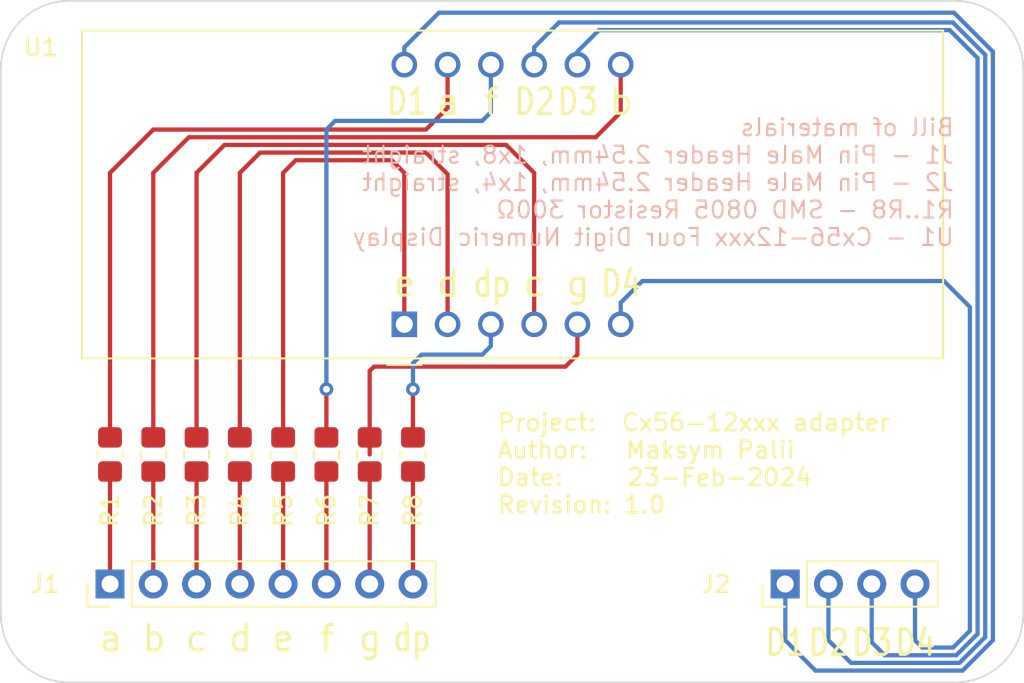
<source format=kicad_pcb>
(kicad_pcb (version 20240108) (generator "pcbnew") (generator_version "8.0")
  (layers (0 "F.Cu" signal) (31 "B.Cu" signal) (34 "B.Paste" user) (35 "F.Paste" user) (36 "B.SilkS" user "B.Silkscreen") (37 "F.SilkS" user "F.Silkscreen") (38 "B.Mask" user) (39 "F.Mask" user) (44 "Edge.Cuts" user))
  (net 0 "")
  (net 1 "Data0''")
  (net 2 "Data1''")
  (net 3 "Data2''")
  (net 4 "Data3''")
  (net 5 "Data4''")
  (net 6 "Data5''")
  (net 7 "Data6''")
  (net 8 "Data7''")
  (net 9 "DataD1")
  (net 10 "DataD2")
  (net 11 "DataD3")
  (net 12 "DataD4")
  (net 13 "Data0'")
  (net 14 "Data1'")
  (net 15 "Data2'")
  (net 16 "Data3'")
  (net 17 "Data4'")
  (net 18 "Data5'")
  (net 19 "Data6'")
  (net 20 "Data7'")
  (footprint "Resistor_SMD:R_0805_2012Metric_Pad1.20x1.40mm_HandSolder" (layer "F.Cu") (at 81.486 66.62 -90)
    (property "Reference" "R3" (at 3.286 0 90) (layer "F.SilkS"))
    (property "Value" "300R" (hide yes))
    (fp_line (start -0.227064 0.735) (end 0.227064 0.735) (stroke (width 0.12)) (layer "F.SilkS"))
    (fp_line (start -0.227064 -0.735) (end 0.227064 -0.735) (stroke (width 0.12)) (layer "F.SilkS"))
    (pad "1" smd roundrect (at -1 0 270) (size 1.2 1.4) (layers "F.Cu" "F.Paste" "F.Mask") (roundrect_rratio 0.2083333333) (net 15 "Data2'"))
    (pad "2" smd roundrect (at 1 0 270) (size 1.2 1.4) (layers "F.Cu" "F.Paste" "F.Mask") (roundrect_rratio 0.2083333333) (net 3 "Data2''"))
  )
  (footprint "Resistor_SMD:R_0805_2012Metric_Pad1.20x1.40mm_HandSolder" (layer "F.Cu") (at 89.106 66.62 -90)
    (property "Reference" "R6" (at 3.286 0 90) (layer "F.SilkS"))
    (property "Value" "300R" (hide yes))
    (fp_line (start -0.227064 0.735) (end 0.227064 0.735) (stroke (width 0.12)) (layer "F.SilkS"))
    (fp_line (start -0.227064 -0.735) (end 0.227064 -0.735) (stroke (width 0.12)) (layer "F.SilkS"))
    (pad "1" smd roundrect (at -1 0 270) (size 1.2 1.4) (layers "F.Cu" "F.Paste" "F.Mask") (roundrect_rratio 0.2083333333) (net 18 "Data5'"))
    (pad "2" smd roundrect (at 1 0 270) (size 1.2 1.4) (layers "F.Cu" "F.Paste" "F.Mask") (roundrect_rratio 0.2083333333) (net 6 "Data5''"))
  )
  (footprint "Resistor_SMD:R_0805_2012Metric_Pad1.20x1.40mm_HandSolder" (layer "F.Cu") (at 78.946 66.62 -90)
    (property "Reference" "R2" (at 3.286 0 90) (layer "F.SilkS"))
    (property "Value" "300R" (hide yes))
    (fp_line (start -0.227064 0.735) (end 0.227064 0.735) (stroke (width 0.12)) (layer "F.SilkS"))
    (fp_line (start -0.227064 -0.735) (end 0.227064 -0.735) (stroke (width 0.12)) (layer "F.SilkS"))
    (pad "1" smd roundrect (at -1 0 270) (size 1.2 1.4) (layers "F.Cu" "F.Paste" "F.Mask") (roundrect_rratio 0.2083333333) (net 14 "Data1'"))
    (pad "2" smd roundrect (at 1 0 270) (size 1.2 1.4) (layers "F.Cu" "F.Paste" "F.Mask") (roundrect_rratio 0.2083333333) (net 2 "Data1''"))
  )
  (footprint "Resistor_SMD:R_0805_2012Metric_Pad1.20x1.40mm_HandSolder" (layer "F.Cu") (at 76.406 66.62 -90)
    (property "Reference" "R1" (at 3.286 0 90) (layer "F.SilkS"))
    (property "Value" "300R" (hide yes))
    (fp_line (start -0.227064 0.735) (end 0.227064 0.735) (stroke (width 0.12)) (layer "F.SilkS"))
    (fp_line (start -0.227064 -0.735) (end 0.227064 -0.735) (stroke (width 0.12)) (layer "F.SilkS"))
    (pad "1" smd roundrect (at -1 0 270) (size 1.2 1.4) (layers "F.Cu" "F.Paste" "F.Mask") (roundrect_rratio 0.2083333333) (net 13 "Data0'"))
    (pad "2" smd roundrect (at 1 0 270) (size 1.2 1.4) (layers "F.Cu" "F.Paste" "F.Mask") (roundrect_rratio 0.2083333333) (net 1 "Data0''"))
  )
  (footprint "Resistor_SMD:R_0805_2012Metric_Pad1.20x1.40mm_HandSolder" (layer "F.Cu") (at 84.026 66.62 -90)
    (property "Reference" "R4" (at 3.286 0 90) (layer "F.SilkS"))
    (property "Value" "300R" (hide yes))
    (fp_line (start -0.227064 0.735) (end 0.227064 0.735) (stroke (width 0.12)) (layer "F.SilkS"))
    (fp_line (start -0.227064 -0.735) (end 0.227064 -0.735) (stroke (width 0.12)) (layer "F.SilkS"))
    (pad "1" smd roundrect (at -1 0 270) (size 1.2 1.4) (layers "F.Cu" "F.Paste" "F.Mask") (roundrect_rratio 0.2083333333) (net 16 "Data3'"))
    (pad "2" smd roundrect (at 1 0 270) (size 1.2 1.4) (layers "F.Cu" "F.Paste" "F.Mask") (roundrect_rratio 0.2083333333) (net 4 "Data3''"))
  )
  (footprint "Resistor_SMD:R_0805_2012Metric_Pad1.20x1.40mm_HandSolder" (layer "F.Cu") (at 91.646 66.62 -90)
    (property "Reference" "R7" (at 3.286 0 90) (layer "F.SilkS"))
    (property "Value" "300R" (hide yes))
    (fp_line (start -0.227064 0.735) (end 0.227064 0.735) (stroke (width 0.12)) (layer "F.SilkS"))
    (fp_line (start -0.227064 -0.735) (end 0.227064 -0.735) (stroke (width 0.12)) (layer "F.SilkS"))
    (pad "1" smd roundrect (at -1 0 270) (size 1.2 1.4) (layers "F.Cu" "F.Paste" "F.Mask") (roundrect_rratio 0.2083333333) (net 19 "Data6'"))
    (pad "2" smd roundrect (at 1 0 270) (size 1.2 1.4) (layers "F.Cu" "F.Paste" "F.Mask") (roundrect_rratio 0.2083333333) (net 7 "Data6''"))
  )
  (footprint "Display_7Segment:CA56-12EWA" (layer "F.Cu") (at 93.678 58.984 90)
    (property "Reference" "U1" (at 16.256 -21.336 0) (layer "F.SilkS"))
    (property "Value" "CC56-12EWA")
    (fp_line (start -2 -18.92) (end 17.24 -18.92) (stroke (width 0.12)) (layer "F.SilkS"))
    (fp_line (start -2 -18.92) (end -2 31.62) (stroke (width 0.12)) (layer "F.SilkS"))
    (fp_line (start -2.38 -1) (end -2.38 1) (stroke (width 0.12)) (layer "F.SilkS"))
    (fp_line (start 17.24 31.62) (end 17.24 -18.92) (stroke (width 0.12)) (layer "F.SilkS"))
    (fp_line (start -2 31.62) (end 17.24 31.62) (stroke (width 0.12)) (layer "F.SilkS"))
    (pad "1" thru_hole rect (at 0 0 90) (size 1.5 1.5) (drill 1) (layers "*.Cu" "*.Mask") (net 17 "Data4'"))
    (pad "2" thru_hole circle (at 0 2.54 90) (size 1.5 1.5) (drill 1) (layers "*.Cu" "*.Mask") (net 16 "Data3'"))
    (pad "3" thru_hole circle (at 0 5.08 90) (size 1.5 1.5) (drill 1) (layers "*.Cu" "*.Mask") (net 20 "Data7'"))
    (pad "4" thru_hole circle (at 0 7.62 90) (size 1.5 1.5) (drill 1) (layers "*.Cu" "*.Mask") (net 15 "Data2'"))
    (pad "5" thru_hole circle (at 0 10.16 90) (size 1.5 1.5) (drill 1) (layers "*.Cu" "*.Mask") (net 19 "Data6'"))
    (pad "6" thru_hole circle (at 0 12.7 90) (size 1.5 1.5) (drill 1) (layers "*.Cu" "*.Mask") (net 12 "DataD4"))
    (pad "7" thru_hole circle (at 15.24 12.7 90) (size 1.5 1.5) (drill 1) (layers "*.Cu" "*.Mask") (net 14 "Data1'"))
    (pad "8" thru_hole circle (at 15.24 10.16 90) (size 1.5 1.5) (drill 1) (layers "*.Cu" "*.Mask") (net 11 "DataD3"))
    (pad "9" thru_hole circle (at 15.24 7.62 90) (size 1.5 1.5) (drill 1) (layers "*.Cu" "*.Mask") (net 10 "DataD2"))
    (pad "10" thru_hole circle (at 15.24 5.08 90) (size 1.5 1.5) (drill 1) (layers "*.Cu" "*.Mask") (net 18 "Data5'"))
    (pad "11" thru_hole circle (at 15.24 2.54 90) (size 1.5 1.5) (drill 1) (layers "*.Cu" "*.Mask") (net 13 "Data0'"))
    (pad "12" thru_hole circle (at 15.24 0 90) (size 1.5 1.5) (drill 1) (layers "*.Cu" "*.Mask") (net 9 "DataD1"))
  )
  (footprint "Connector_PinHeader_2.54mm:PinHeader_1x08_P2.54mm_Vertical" (layer "F.Cu") (at 76.406 74.224 90)
    (property "Reference" "J1" (at 0 -3.81 0) (layer "F.SilkS"))
    (property "Value" "Conn_01x08_Pin")
    (fp_line (start -1.33 -1.33) (end 0 -1.33) (stroke (width 0.12)) (layer "F.SilkS"))
    (fp_line (start -1.33 0) (end -1.33 -1.33) (stroke (width 0.12)) (layer "F.SilkS"))
    (fp_line (start 1.33 1.27) (end 1.33 19.11) (stroke (width 0.12)) (layer "F.SilkS"))
    (fp_line (start -1.33 1.27) (end 1.33 1.27) (stroke (width 0.12)) (layer "F.SilkS"))
    (fp_line (start -1.33 1.27) (end -1.33 19.11) (stroke (width 0.12)) (layer "F.SilkS"))
    (fp_line (start -1.33 19.11) (end 1.33 19.11) (stroke (width 0.12)) (layer "F.SilkS"))
    (pad "1" thru_hole rect (at 0 0 90) (size 1.7 1.7) (drill 1) (layers "*.Cu" "*.Mask") (net 1 "Data0''"))
    (pad "2" thru_hole oval (at 0 2.54 90) (size 1.7 1.7) (drill 1) (layers "*.Cu" "*.Mask") (net 2 "Data1''"))
    (pad "3" thru_hole oval (at 0 5.08 90) (size 1.7 1.7) (drill 1) (layers "*.Cu" "*.Mask") (net 3 "Data2''"))
    (pad "4" thru_hole oval (at 0 7.62 90) (size 1.7 1.7) (drill 1) (layers "*.Cu" "*.Mask") (net 4 "Data3''"))
    (pad "5" thru_hole oval (at 0 10.16 90) (size 1.7 1.7) (drill 1) (layers "*.Cu" "*.Mask") (net 5 "Data4''"))
    (pad "6" thru_hole oval (at 0 12.7 90) (size 1.7 1.7) (drill 1) (layers "*.Cu" "*.Mask") (net 6 "Data5''"))
    (pad "7" thru_hole oval (at 0 15.24 90) (size 1.7 1.7) (drill 1) (layers "*.Cu" "*.Mask") (net 7 "Data6''"))
    (pad "8" thru_hole oval (at 0 17.78 90) (size 1.7 1.7) (drill 1) (layers "*.Cu" "*.Mask") (net 8 "Data7''"))
  )
  (footprint "Resistor_SMD:R_0805_2012Metric_Pad1.20x1.40mm_HandSolder" (layer "F.Cu") (at 94.186 66.62 -90)
    (property "Reference" "R8" (at 3.286 0 90) (layer "F.SilkS"))
    (property "Value" "300R" (hide yes))
    (fp_line (start -0.227064 0.735) (end 0.227064 0.735) (stroke (width 0.12)) (layer "F.SilkS"))
    (fp_line (start -0.227064 -0.735) (end 0.227064 -0.735) (stroke (width 0.12)) (layer "F.SilkS"))
    (pad "1" smd roundrect (at -1 0 270) (size 1.2 1.4) (layers "F.Cu" "F.Paste" "F.Mask") (roundrect_rratio 0.2083333333) (net 20 "Data7'"))
    (pad "2" smd roundrect (at 1 0 270) (size 1.2 1.4) (layers "F.Cu" "F.Paste" "F.Mask") (roundrect_rratio 0.2083333333) (net 8 "Data7''"))
  )
  (footprint "Resistor_SMD:R_0805_2012Metric_Pad1.20x1.40mm_HandSolder" (layer "F.Cu") (at 86.566 66.62 -90)
    (property "Reference" "R5" (at 3.286 0 90) (layer "F.SilkS"))
    (property "Value" "300R" (hide yes))
    (fp_line (start -0.227064 0.735) (end 0.227064 0.735) (stroke (width 0.12)) (layer "F.SilkS"))
    (fp_line (start -0.227064 -0.735) (end 0.227064 -0.735) (stroke (width 0.12)) (layer "F.SilkS"))
    (pad "1" smd roundrect (at -1 0 270) (size 1.2 1.4) (layers "F.Cu" "F.Paste" "F.Mask") (roundrect_rratio 0.2083333333) (net 17 "Data4'"))
    (pad "2" smd roundrect (at 1 0 270) (size 1.2 1.4) (layers "F.Cu" "F.Paste" "F.Mask") (roundrect_rratio 0.2083333333) (net 5 "Data4''"))
  )
  (footprint "Connector_PinHeader_2.54mm:PinHeader_1x04_P2.54mm_Vertical" (layer "F.Cu") (at 116.03 74.224 90)
    (property "Reference" "J2" (at 0 -4.064 0) (layer "F.SilkS"))
    (property "Value" "Conn_01x04_Pin")
    (fp_line (start -1.33 -1.33) (end 0 -1.33) (stroke (width 0.12)) (layer "F.SilkS"))
    (fp_line (start -1.33 0) (end -1.33 -1.33) (stroke (width 0.12)) (layer "F.SilkS"))
    (fp_line (start 1.33 1.27) (end 1.33 8.95) (stroke (width 0.12)) (layer "F.SilkS"))
    (fp_line (start -1.33 1.27) (end 1.33 1.27) (stroke (width 0.12)) (layer "F.SilkS"))
    (fp_line (start -1.33 1.27) (end -1.33 8.95) (stroke (width 0.12)) (layer "F.SilkS"))
    (fp_line (start -1.33 8.95) (end 1.33 8.95) (stroke (width 0.12)) (layer "F.SilkS"))
    (pad "1" thru_hole rect (at 0 0 90) (size 1.7 1.7) (drill 1) (layers "*.Cu" "*.Mask") (net 9 "DataD1"))
    (pad "2" thru_hole oval (at 0 2.54 90) (size 1.7 1.7) (drill 1) (layers "*.Cu" "*.Mask") (net 10 "DataD2"))
    (pad "3" thru_hole oval (at 0 5.08 90) (size 1.7 1.7) (drill 1) (layers "*.Cu" "*.Mask") (net 11 "DataD3"))
    (pad "4" thru_hole oval (at 0 7.62 90) (size 1.7 1.7) (drill 1) (layers "*.Cu" "*.Mask") (net 12 "DataD4"))
  )
  (gr_arc (start 126 40) (mid 128.828427 41.171573) (end 130 44) (stroke (width 0.1)) (layer "Edge.Cuts"))
  (gr_line (start 74 80) (end 126 80) (stroke (width 0.1)) (layer "Edge.Cuts"))
  (gr_arc (start 74 80) (mid 71.171573 78.828427) (end 70 76) (stroke (width 0.1)) (layer "Edge.Cuts"))
  (gr_arc (start 130 76) (mid 128.828427 78.828427) (end 126 80) (stroke (width 0.1)) (layer "Edge.Cuts"))
  (gr_arc (start 70 44) (mid 71.171573 41.171573) (end 74 40) (stroke (width 0.1)) (layer "Edge.Cuts"))
  (gr_line (start 70 44) (end 70 76) (stroke (width 0.1)) (layer "Edge.Cuts"))
  (gr_line (start 130 44) (end 130 76) (stroke (width 0.1)) (layer "Edge.Cuts"))
  (gr_line (start 74 40) (end 126 40) (stroke (width 0.1)) (layer "Edge.Cuts"))
  (gr_text "Bill of materials\nJ1 - Pin Male Header 2.54mm, 1x8, straight\nJ2 - Pin Male Header 2.54mm, 1x4, straight\nR1..R8 - SMD 0805 Resistor 300Ω\nU1 - Cx56-12xxx Four Digit Numeric Display" (at 126.0094 54.4576 0) (layer "B.SilkS") (effects (font (size 1 1) (thickness 0.125)) (justify left bottom mirror)))
  (gr_text "a" (at 75.644 78.288 0) (layer "F.SilkS") (effects (font (size 1.5 1.5) (thickness 0.1875)) (justify left bottom)))
  (gr_text "D2" (at 100.028 46.792 0) (layer "F.SilkS") (effects (font (size 1.5 1.2) (thickness 0.1875)) (justify left bottom)))
  (gr_text "e" (at 85.804 78.288 0) (layer "F.SilkS") (effects (font (size 1.5 1.5) (thickness 0.1875)) (justify left bottom)))
  (gr_text "D3" (at 119.84 78.542 0) (layer "F.SilkS") (effects (font (size 1.5 1.2) (thickness 0.1875)) (justify left bottom)))
  (gr_text "D4" (at 105.108 57.46 0) (layer "F.SilkS") (effects (font (size 1.5 1.2) (thickness 0.1875)) (justify left bottom)))
  (gr_text "d" (at 83.264 78.288 0) (layer "F.SilkS") (effects (font (size 1.5 1.5) (thickness 0.1875)) (justify left bottom)))
  (gr_text "dp" (at 97.6122 57.4802 0) (layer "F.SilkS") (effects (font (size 1.5 1.2) (thickness 0.1875)) (justify left bottom)))
  (gr_text "D1" (at 92.5322 46.7868 0) (layer "F.SilkS") (effects (font (size 1.5 1.2) (thickness 0.1875)) (justify left bottom)))
  (gr_text "g" (at 90.884 78.288 0) (layer "F.SilkS") (effects (font (size 1.5 1.5) (thickness 0.1875)) (justify left bottom)))
  (gr_text "g" (at 103.076 57.46 0) (layer "F.SilkS") (effects (font (size 1.5 1.5) (thickness 0.1875)) (justify left bottom)))
  (gr_text "f" (at 98.25 46.792 0) (layer "F.SilkS") (effects (font (size 1.5 1.5) (thickness 0.1875)) (justify left bottom)))
  (gr_text "Project:  Cx56-12xxx adapter\nAuthor:   Maksym Palii\nDate:     23-Feb-2024\nRevision: 1.0" (at 99.06 70.16 0) (layer "F.SilkS") (effects (font (size 1 1)) (justify left bottom)))
  (gr_text "b" (at 105.616 46.792 0) (layer "F.SilkS") (effects (font (size 1.5 1.5) (thickness 0.1875)) (justify left bottom)))
  (gr_text "c" (at 100.536 57.46 0) (layer "F.SilkS") (effects (font (size 1.5 1.5) (thickness 0.1875)) (justify left bottom)))
  (gr_text "D1" (at 114.76 78.542 0) (layer "F.SilkS") (effects (font (size 1.5 1.2) (thickness 0.1875)) (justify left bottom)))
  (gr_text "c" (at 80.724 78.288 0) (layer "F.SilkS") (effects (font (size 1.5 1.5) (thickness 0.1875)) (justify left bottom)))
  (gr_text "a" (at 95.456 46.792 0) (layer "F.SilkS") (effects (font (size 1.5 1.5) (thickness 0.1875)) (justify left bottom)))
  (gr_text "dp" (at 92.916 78.288 0) (layer "F.SilkS") (effects (font (size 1.5 1.2) (thickness 0.1875)) (justify left bottom)))
  (gr_text "e" (at 92.916 57.46 0) (layer "F.SilkS") (effects (font (size 1.5 1.5) (thickness 0.1875)) (justify left bottom)))
  (gr_text "f" (at 88.598 78.288 0) (layer "F.SilkS") (effects (font (size 1.5 1.5) (thickness 0.1875)) (justify left bottom)))
  (gr_text "d" (at 95.456 57.46 0) (layer "F.SilkS") (effects (font (size 1.5 1.5) (thickness 0.1875)) (justify left bottom)))
  (gr_text "D2" (at 117.3 78.542 0) (layer "F.SilkS") (effects (font (size 1.5 1.2) (thickness 0.1875)) (justify left bottom)))
  (gr_text "D4" (at 122.38 78.542 0) (layer "F.SilkS") (effects (font (size 1.5 1.2) (thickness 0.1875)) (justify left bottom)))
  (gr_text "b" (at 78.184 78.288 0) (layer "F.SilkS") (effects (font (size 1.5 1.5) (thickness 0.1875)) (justify left bottom)))
  (gr_text "D3" (at 102.568 46.792 0) (layer "F.SilkS") (effects (font (size 1.5 1.2) (thickness 0.1875)) (justify left bottom)))
  (segment (start 76.406 67.62) (end 76.406 74.224) (width 0.25) (layer "F.Cu") (net 1))
  (segment (start 78.946 67.62) (end 78.946 74.224) (width 0.25) (layer "F.Cu") (net 2))
  (segment (start 81.486 67.62) (end 81.486 74.224) (width 0.25) (layer "F.Cu") (net 3))
  (segment (start 84.026 67.62) (end 84.026 74.224) (width 0.25) (layer "F.Cu") (net 4))
  (segment (start 86.566 67.62) (end 86.566 74.224) (width 0.25) (layer "F.Cu") (net 5))
  (segment (start 89.106 67.62) (end 89.106 74.224) (width 0.25) (layer "F.Cu") (net 6))
  (segment (start 91.646 67.62) (end 91.646 74.224) (width 0.25) (layer "F.Cu") (net 7))
  (segment (start 94.186 67.62) (end 94.186 74.224) (width 0.25) (layer "F.Cu") (net 8))
  (segment (start 126.444 79.304) (end 128.222 77.526) (width 0.25) (layer "B.Cu") (net 9))
  (segment (start 125.936 40.696) (end 95.71 40.696) (width 0.25) (layer "B.Cu") (net 9))
  (segment (start 95.71 40.696) (end 93.678 42.728) (width 0.25) (layer "B.Cu") (net 9))
  (segment (start 128.222 77.526) (end 128.222 42.982) (width 0.25) (layer "B.Cu") (net 9))
  (segment (start 116.03 77.526) (end 117.808 79.304) (width 0.25) (layer "B.Cu") (net 9))
  (segment (start 128.222 42.982) (end 125.936 40.696) (width 0.25) (layer "B.Cu") (net 9))
  (segment (start 116.04 74.478) (end 116.04 77.516) (width 0.25) (layer "B.Cu") (net 9))
  (segment (start 117.808 79.304) (end 126.444 79.304) (width 0.25) (layer "B.Cu") (net 9))
  (segment (start 93.678 42.728) (end 93.678 43.744) (width 0.25) (layer "B.Cu") (net 9))
  (segment (start 101.298 42.728) (end 101.298 43.744) (width 0.25) (layer "B.Cu") (net 10))
  (segment (start 119.898 78.854) (end 126.257604 78.854) (width 0.25) (layer "B.Cu") (net 10))
  (segment (start 125.871802 41.268198) (end 102.757802 41.268198) (width 0.25) (layer "B.Cu") (net 10))
  (segment (start 102.757802 41.268198) (end 101.298 42.728) (width 0.25) (layer "B.Cu") (net 10))
  (segment (start 118.57 77.526) (end 119.898 78.854) (width 0.25) (layer "B.Cu") (net 10))
  (segment (start 127.772 77.339604) (end 127.772 43.168396) (width 0.25) (layer "B.Cu") (net 10))
  (segment (start 126.257604 78.854) (end 127.772 77.339604) (width 0.25) (layer "B.Cu") (net 10))
  (segment (start 118.57 74.224) (end 118.57 77.526) (width 0.25) (layer "B.Cu") (net 10))
  (segment (start 127.772 43.168396) (end 125.871802 41.268198) (width 0.25) (layer "B.Cu") (net 10))
  (segment (start 127.322 77.153208) (end 126.071208 78.404) (width 0.25) (layer "B.Cu") (net 11))
  (segment (start 127.322 43.354792) (end 127.322 77.153208) (width 0.25) (layer "B.Cu") (net 11))
  (segment (start 121.11 74.224) (end 121.11 77.642) (width 0.25) (layer "B.Cu") (net 11))
  (segment (start 121.11 77.642) (end 121.872 78.404) (width 0.25) (layer "B.Cu") (net 11))
  (segment (start 125.685406 41.718198) (end 127.322 43.354792) (width 0.25) (layer "B.Cu") (net 11))
  (segment (start 105.101802 41.718198) (end 125.685406 41.718198) (width 0.25) (layer "B.Cu") (net 11))
  (segment (start 103.838 42.982) (end 105.101802 41.718198) (width 0.25) (layer "B.Cu") (net 11))
  (segment (start 126.071208 78.404) (end 121.872 78.404) (width 0.25) (layer "B.Cu") (net 11))
  (segment (start 103.838 43.744) (end 103.838 42.982) (width 0.25) (layer "B.Cu") (net 11))
  (segment (start 107.648 56.444) (end 106.378 57.714) (width 0.25) (layer "B.Cu") (net 12))
  (segment (start 125.348 56.444) (end 107.648 56.444) (width 0.25) (layer "B.Cu") (net 12))
  (segment (start 123.65 77.526) (end 124.078 77.954) (width 0.25) (layer "B.Cu") (net 12))
  (segment (start 123.65 74.224) (end 123.65 77.526) (width 0.25) (layer "B.Cu") (net 12))
  (segment (start 126.872 76.966812) (end 126.872 57.968) (width 0.25) (layer "B.Cu") (net 12))
  (segment (start 106.378 57.714) (end 106.378 58.984) (width 0.25) (layer "B.Cu") (net 12))
  (segment (start 125.884812 77.954) (end 126.872 76.966812) (width 0.25) (layer "B.Cu") (net 12))
  (segment (start 126.872 57.968) (end 125.348 56.444) (width 0.25) (layer "B.Cu") (net 12))
  (segment (start 124.078 77.954) (end 125.884812 77.954) (width 0.25) (layer "B.Cu") (net 12))
  (segment (start 78.946 47.554) (end 94.948 47.554) (width 0.25) (layer "F.Cu") (net 13))
  (segment (start 76.406 65.62) (end 76.406 50.094) (width 0.25) (layer "F.Cu") (net 13))
  (segment (start 76.406 50.094) (end 78.946 47.554) (width 0.25) (layer "F.Cu") (net 13))
  (segment (start 96.218 46.284) (end 96.218 43.744) (width 0.25) (layer "F.Cu") (net 13))
  (segment (start 94.948 47.554) (end 96.218 46.284) (width 0.25) (layer "F.Cu") (net 13))
  (segment (start 78.946 65.62) (end 78.946 50.094) (width 0.25) (layer "F.Cu") (net 14))
  (segment (start 106.378 46.538) (end 106.378 43.744) (width 0.25) (layer "F.Cu") (net 14))
  (segment (start 104.912 48.004) (end 106.378 46.538) (width 0.25) (layer "F.Cu") (net 14))
  (segment (start 78.946 50.094) (end 81.036 48.004) (width 0.25) (layer "F.Cu") (net 14))
  (segment (start 81.036 48.004) (end 104.912 48.004) (width 0.25) (layer "F.Cu") (net 14))
  (segment (start 99.658 48.454) (end 101.298 50.094) (width 0.25) (layer "F.Cu") (net 15))
  (segment (start 101.298 50.094) (end 101.298 58.984) (width 0.25) (layer "F.Cu") (net 15))
  (segment (start 81.486 65.62) (end 81.486 50.094) (width 0.25) (layer "F.Cu") (net 15))
  (segment (start 81.486 50.094) (end 83.126 48.454) (width 0.25) (layer "F.Cu") (net 15))
  (segment (start 83.126 48.454) (end 99.658 48.454) (width 0.25) (layer "F.Cu") (net 15))
  (segment (start 94.948 48.904) (end 96.218 50.174) (width 0.25) (layer "F.Cu") (net 16))
  (segment (start 84.026 50.094) (end 84.026 65.62) (width 0.25) (layer "F.Cu") (net 16))
  (segment (start 84.026 50.094) (end 85.216 48.904) (width 0.25) (layer "F.Cu") (net 16))
  (segment (start 85.216 48.904) (end 94.948 48.904) (width 0.25) (layer "F.Cu") (net 16))
  (segment (start 96.218 50.174) (end 96.218 58.984) (width 0.25) (layer "F.Cu") (net 16))
  (segment (start 87.306 49.354) (end 86.566 50.094) (width 0.25) (layer "F.Cu") (net 17))
  (segment (start 86.566 65.62) (end 86.566 50.094) (width 0.25) (layer "F.Cu") (net 17))
  (segment (start 93.678 50.094) (end 93.678 58.984) (width 0.25) (layer "F.Cu") (net 17))
  (segment (start 92.938 49.354) (end 87.306 49.354) (width 0.25) (layer "F.Cu") (net 17))
  (segment (start 93.678 50.094) (end 92.938 49.354) (width 0.25) (layer "F.Cu") (net 17))
  (segment (start 89.106 65.62) (end 89.106 62.794) (width 0.25) (layer "F.Cu") (net 18))
  (via (at 89.106 62.794) (size 0.8) (drill 0.4) (layers "F.Cu" "B.Cu") (net 18))
  (segment (start 98.758 43.744) (end 98.758 46.538) (width 0.25) (layer "B.Cu") (net 18))
  (segment (start 98.758 46.538) (end 98.25 47.046) (width 0.25) (layer "B.Cu") (net 18))
  (segment (start 89.106 47.554) (end 89.106 62.794) (width 0.25) (layer "B.Cu") (net 18))
  (segment (start 89.614 47.046) (end 89.106 47.554) (width 0.25) (layer "B.Cu") (net 18))
  (segment (start 98.25 47.046) (end 89.614 47.046) (width 0.25) (layer "B.Cu") (net 18))
  (segment (start 91.9 61.466) (end 103.134 61.466) (width 0.25) (layer "F.Cu") (net 19))
  (segment (start 103.134 61.466) (end 103.838 60.762) (width 0.25) (layer "F.Cu") (net 19))
  (segment (start 91.646 65.62) (end 91.646 61.72) (width 0.25) (layer "F.Cu") (net 19))
  (segment (start 91.646 61.72) (end 91.9 61.466) (width 0.25) (layer "F.Cu") (net 19))
  (segment (start 103.838 60.762) (end 103.838 58.984) (width 0.25) (layer "F.Cu") (net 19))
  (segment (start 91.646 66.62) (end 91.646 65.292) (width 0.25) (layer "F.Cu") (net 19))
  (segment (start 94.186 62.794) (end 94.186 64.82) (width 0) (layer "F.Cu") (net 20))
  (segment (start 94.186 65.62) (end 94.186 62.794) (width 0.25) (layer "F.Cu") (net 20))
  (via (at 94.186 62.794) (size 0.8) (drill 0.4) (layers "F.Cu" "B.Cu") (net 20))
  (segment (start 98.25 60.762) (end 94.694 60.762) (width 0.25) (layer "B.Cu") (net 20))
  (segment (start 94.186 61.778) (end 94.186 62.794) (width 0) (layer "B.Cu") (net 20))
  (segment (start 98.758 60.254) (end 98.25 60.762) (width 0.25) (layer "B.Cu") (net 20))
  (segment (start 94.186 61.27) (end 94.186 62.794) (width 0.25) (layer "B.Cu") (net 20))
  (segment (start 98.758 58.984) (end 98.758 60.254) (width 0.25) (layer "B.Cu") (net 20))
  (segment (start 94.694 60.762) (end 94.186 61.27) (width 0.25) (layer "B.Cu") (net 20))
)
</source>
